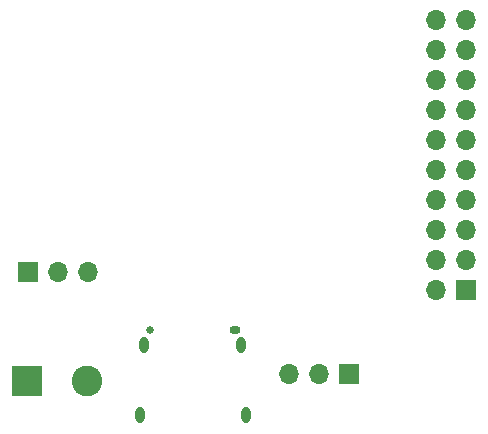
<source format=gbr>
G04 #@! TF.GenerationSoftware,KiCad,Pcbnew,5.1.4-e60b266~84~ubuntu19.04.1*
G04 #@! TF.CreationDate,2020-02-27T18:00:07+11:00*
G04 #@! TF.ProjectId,esp32_saab_devboard,65737033-325f-4736-9161-625f64657662,rev?*
G04 #@! TF.SameCoordinates,Original*
G04 #@! TF.FileFunction,Soldermask,Bot*
G04 #@! TF.FilePolarity,Negative*
%FSLAX46Y46*%
G04 Gerber Fmt 4.6, Leading zero omitted, Abs format (unit mm)*
G04 Created by KiCad (PCBNEW 5.1.4-e60b266~84~ubuntu19.04.1) date 2020-02-27 18:00:07*
%MOMM*%
%LPD*%
G04 APERTURE LIST*
%ADD10O,0.800000X1.400000*%
%ADD11O,0.950000X0.650000*%
%ADD12C,0.650000*%
%ADD13R,1.700000X1.700000*%
%ADD14O,1.700000X1.700000*%
%ADD15R,2.600000X2.600000*%
%ADD16C,2.600000*%
G04 APERTURE END LIST*
D10*
X190870000Y-113140000D03*
X199130000Y-113140000D03*
X199490000Y-119090000D03*
X190510000Y-119090000D03*
D11*
X198600000Y-111890000D03*
D12*
X191400000Y-111890000D03*
D13*
X208280000Y-115570000D03*
D14*
X205740000Y-115570000D03*
X203200000Y-115570000D03*
D13*
X218186000Y-108458000D03*
D14*
X215646000Y-108458000D03*
X218186000Y-105918000D03*
X215646000Y-105918000D03*
X218186000Y-103378000D03*
X215646000Y-103378000D03*
X218186000Y-100838000D03*
X215646000Y-100838000D03*
X218186000Y-98298000D03*
X215646000Y-98298000D03*
X218186000Y-95758000D03*
X215646000Y-95758000D03*
X218186000Y-93218000D03*
X215646000Y-93218000D03*
X218186000Y-90678000D03*
X215646000Y-90678000D03*
X218186000Y-88138000D03*
X215646000Y-88138000D03*
X218186000Y-85598000D03*
X215646000Y-85598000D03*
D13*
X181102000Y-106934000D03*
D14*
X183642000Y-106934000D03*
X186182000Y-106934000D03*
D15*
X180975000Y-116200000D03*
D16*
X186055000Y-116200000D03*
M02*

</source>
